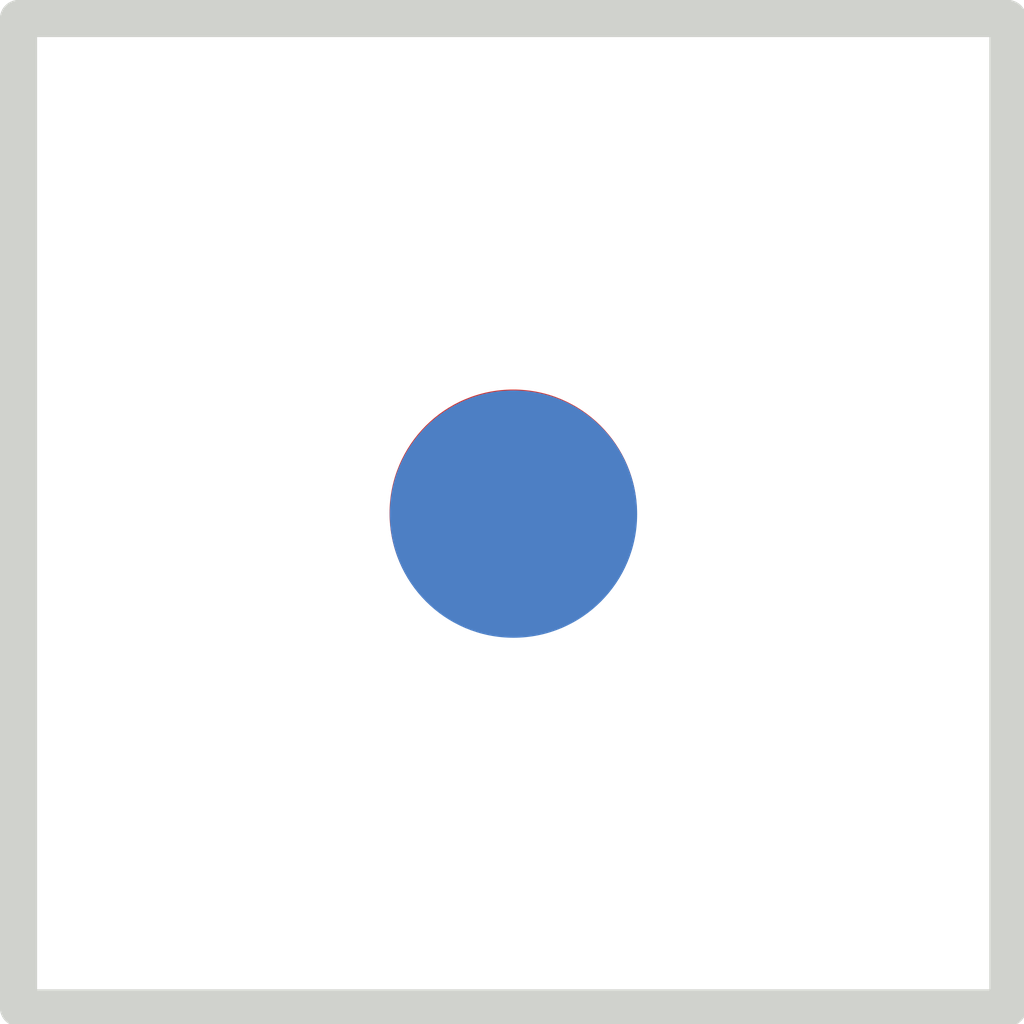
<source format=kicad_pcb>
(kicad_pcb (version 20171130) (host pcbnew 5.1.5+dfsg1-2build2)

  (general
    (thickness 1.6)
    (drawings 4)
    (tracks 0)
    (zones 0)
    (modules 2)
    (nets 1)
  )

  (page A4)
  (layers
    (0 F.Cu signal)
    (31 B.Cu signal)
    (32 B.Adhes user)
    (33 F.Adhes user)
    (34 B.Paste user)
    (35 F.Paste user)
    (36 B.SilkS user)
    (37 F.SilkS user)
    (38 B.Mask user)
    (39 F.Mask user)
    (40 Dwgs.User user)
    (41 Cmts.User user)
    (42 Eco1.User user)
    (43 Eco2.User user)
    (44 Edge.Cuts user)
    (45 Margin user)
    (46 B.CrtYd user)
    (47 F.CrtYd user)
    (48 B.Fab user)
    (49 F.Fab user)
  )

  (setup
    (last_trace_width 0.25)
    (trace_clearance 0.2)
    (zone_clearance 0.508)
    (zone_45_only no)
    (trace_min 0.2)
    (via_size 0.6)
    (via_drill 0.4)
    (via_min_size 0.4)
    (via_min_drill 0.3)
    (uvia_size 0.3)
    (uvia_drill 0.1)
    (uvias_allowed no)
    (uvia_min_size 0.2)
    (uvia_min_drill 0.1)
    (edge_width 0.15)
    (segment_width 0.2)
    (pcb_text_width 0.3)
    (pcb_text_size 1.5 1.5)
    (mod_edge_width 0.15)
    (mod_text_size 1 1)
    (mod_text_width 0.15)
    (pad_size 1.524 1.524)
    (pad_drill 0.762)
    (pad_to_mask_clearance 0.2)
    (aux_axis_origin 148.5 105)
    (visible_elements 7FFFFFFF)
    (pcbplotparams
      (layerselection 0x010f0_ffffffff)
      (usegerberextensions true)
      (usegerberattributes false)
      (usegerberadvancedattributes false)
      (creategerberjobfile false)
      (excludeedgelayer true)
      (linewidth 0.100000)
      (plotframeref false)
      (viasonmask false)
      (mode 1)
      (useauxorigin true)
      (hpglpennumber 1)
      (hpglpenspeed 20)
      (hpglpendiameter 15.000000)
      (psnegative false)
      (psa4output false)
      (plotreference false)
      (plotvalue false)
      (plotinvisibletext false)
      (padsonsilk false)
      (subtractmaskfromsilk true)
      (outputformat 1)
      (mirror false)
      (drillshape 0)
      (scaleselection 1)
      (outputdirectory "gerbers/"))
  )

  (net 0 "")

  (net_class Default "This is the default net class."
    (clearance 0.2)
    (trace_width 0.25)
    (via_dia 0.6)
    (via_drill 0.4)
    (uvia_dia 0.3)
    (uvia_drill 0.1)
  )

  (module Fiducials:Fiducial_1mm_Dia_2.54mm_Outer_CopperBottom (layer F.Cu) (tedit 5C3B5F73) (tstamp 5C3B5F45)
    (at 148.5011 105.0036)
    (descr "Circular Fiducial, 1mm bare copper bottom; 2.54mm keepout")
    (tags marker)
    (path /5C3B8C69)
    (attr smd)
    (fp_text reference TP1 (at 3.4 0.7) (layer F.SilkS) hide
      (effects (font (size 1 1) (thickness 0.15)))
    )
    (fp_text value FID1 (at 0 -1.8) (layer F.Fab) hide
      (effects (font (size 1 1) (thickness 0.15)))
    )
    (fp_circle (center 0 0) (end 1.55 0) (layer B.CrtYd) (width 0.05))
    (pad ~ smd circle (at 0 0) (size 1 1) (layers B.Cu B.Mask)
      (solder_mask_margin 0.77) (clearance 0.77))
  )

  (module Fiducials:Fiducial_1mm_Dia_2.54mm_Outer_CopperBottom (layer B.Cu) (tedit 5C3B61B0) (tstamp 5C3B619E)
    (at 148.5 105)
    (descr "Circular Fiducial, 1mm bare copper bottom; 2.54mm keepout")
    (tags marker)
    (path /5C3B61AB)
    (attr smd)
    (fp_text reference TP2 (at 3.4 -0.7) (layer B.SilkS) hide
      (effects (font (size 1 1) (thickness 0.15)) (justify mirror))
    )
    (fp_text value FID1 (at 0 1.8) (layer B.Fab) hide
      (effects (font (size 1 1) (thickness 0.15)) (justify mirror))
    )
    (fp_circle (center 0 0) (end 1.55 0) (layer F.CrtYd) (width 0.05))
    (pad ~ smd circle (at 0 0) (size 1 1) (layers F.Cu F.Mask)
      (solder_mask_margin 0.77) (clearance 0.77))
  )

  (gr_line (start 146.5 103) (end 146.5 107) (layer Edge.Cuts) (width 0.15))
  (gr_line (start 150.5 103) (end 146.5 103) (layer Edge.Cuts) (width 0.15))
  (gr_line (start 150.5 107) (end 150.5 103) (layer Edge.Cuts) (width 0.15))
  (gr_line (start 146.5 107) (end 150.5 107) (layer Edge.Cuts) (width 0.15))

)

</source>
